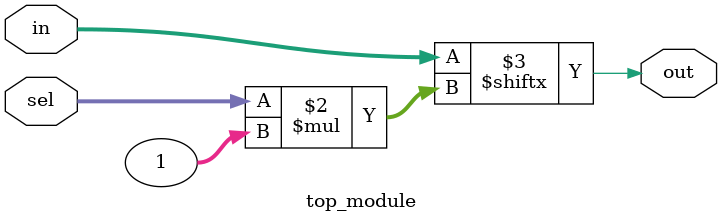
<source format=v>
module top_module( 
    input [255:0] in,
    input [7:0] sel,
    output reg out );
    
    always @(sel) out = in[sel*1];

endmodule

</source>
